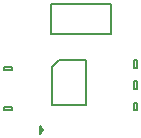
<source format=gto>
G04 #@! TF.GenerationSoftware,KiCad,Pcbnew,6.0.0-rc1-unknown-2fdf13a~66~ubuntu16.04.1*
G04 #@! TF.CreationDate,2018-11-18T17:19:58+00:00*
G04 #@! TF.ProjectId,demo,64656d6f-2e6b-4696-9361-645f70636258,rev?*
G04 #@! TF.SameCoordinates,Original*
G04 #@! TF.FileFunction,Legend,Top*
G04 #@! TF.FilePolarity,Positive*
%FSLAX46Y46*%
G04 Gerber Fmt 4.6, Leading zero omitted, Abs format (unit mm)*
G04 Created by KiCad (PCBNEW 6.0.0-rc1-unknown-2fdf13a~66~ubuntu16.04.1) date Sun 18 Nov 2018 17:19:58 GMT*
%MOMM*%
%LPD*%
G01*
G04 APERTURE LIST*
%ADD10C,0.150000*%
G04 APERTURE END LIST*
D10*
G04 #@! TO.C,BT1*
X227740000Y-1930000D02*
X227740000Y-4470000D01*
X222660000Y-1930000D02*
X227740000Y-1930000D01*
X222660000Y-4470000D02*
X222660000Y-1930000D01*
X227740000Y-4470000D02*
X222660000Y-4470000D01*
G04 #@! TO.C,C1*
X218675000Y-7275000D02*
X219325000Y-7275000D01*
X218675000Y-7525000D02*
X218675000Y-7275000D01*
X219325000Y-7525000D02*
X218675000Y-7525000D01*
X219325000Y-7275000D02*
X219325000Y-7525000D01*
G04 #@! TO.C,C2*
X229925000Y-10925000D02*
X229675000Y-10925000D01*
X229675000Y-10925000D02*
X229675000Y-10275000D01*
X229675000Y-10275000D02*
X229925000Y-10275000D01*
X229925000Y-10275000D02*
X229925000Y-10925000D01*
G04 #@! TO.C,D1*
X221925000Y-12600000D02*
X221675000Y-12925000D01*
X221925000Y-12600000D02*
X221675000Y-12275000D01*
X221675000Y-12925000D02*
X221675000Y-12275000D01*
G04 #@! TO.C,IC1*
X223330001Y-6650001D02*
X225580001Y-6650001D01*
X225580001Y-6650001D02*
X225580001Y-10460001D01*
X225580001Y-10460001D02*
X222730001Y-10460001D01*
X222730001Y-10460001D02*
X222730001Y-7250001D01*
X222730001Y-7250001D02*
X223330001Y-6650001D01*
G04 #@! TO.C,R1*
X229675000Y-7325000D02*
X229675000Y-6675000D01*
X229925000Y-7325000D02*
X229675000Y-7325000D01*
X229925000Y-6675000D02*
X229925000Y-7325000D01*
X229675000Y-6675000D02*
X229925000Y-6675000D01*
G04 #@! TO.C,R2*
X229675000Y-8475000D02*
X229925000Y-8475000D01*
X229925000Y-8475000D02*
X229925000Y-9125000D01*
X229925000Y-9125000D02*
X229675000Y-9125000D01*
X229675000Y-9125000D02*
X229675000Y-8475000D01*
G04 #@! TO.C,R3*
X219325000Y-10675000D02*
X219325000Y-10925000D01*
X219325000Y-10925000D02*
X218675000Y-10925000D01*
X218675000Y-10925000D02*
X218675000Y-10675000D01*
X218675000Y-10675000D02*
X219325000Y-10675000D01*
G04 #@! TD*
M02*

</source>
